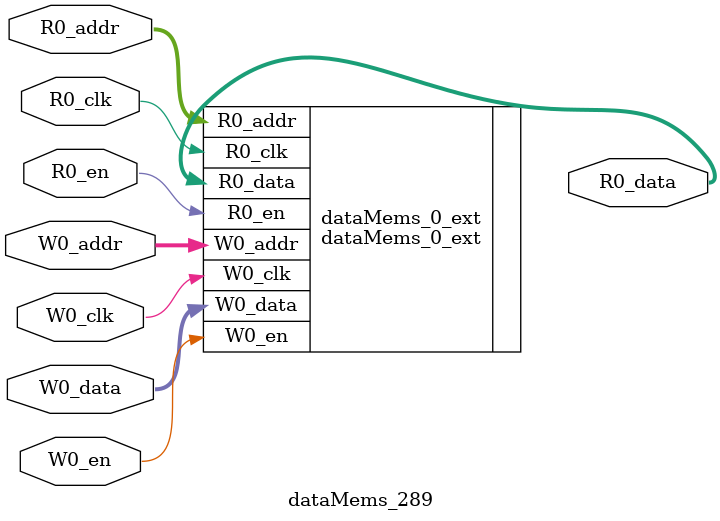
<source format=sv>
`ifndef RANDOMIZE
  `ifdef RANDOMIZE_REG_INIT
    `define RANDOMIZE
  `endif // RANDOMIZE_REG_INIT
`endif // not def RANDOMIZE
`ifndef RANDOMIZE
  `ifdef RANDOMIZE_MEM_INIT
    `define RANDOMIZE
  `endif // RANDOMIZE_MEM_INIT
`endif // not def RANDOMIZE

`ifndef RANDOM
  `define RANDOM $random
`endif // not def RANDOM

// Users can define 'PRINTF_COND' to add an extra gate to prints.
`ifndef PRINTF_COND_
  `ifdef PRINTF_COND
    `define PRINTF_COND_ (`PRINTF_COND)
  `else  // PRINTF_COND
    `define PRINTF_COND_ 1
  `endif // PRINTF_COND
`endif // not def PRINTF_COND_

// Users can define 'ASSERT_VERBOSE_COND' to add an extra gate to assert error printing.
`ifndef ASSERT_VERBOSE_COND_
  `ifdef ASSERT_VERBOSE_COND
    `define ASSERT_VERBOSE_COND_ (`ASSERT_VERBOSE_COND)
  `else  // ASSERT_VERBOSE_COND
    `define ASSERT_VERBOSE_COND_ 1
  `endif // ASSERT_VERBOSE_COND
`endif // not def ASSERT_VERBOSE_COND_

// Users can define 'STOP_COND' to add an extra gate to stop conditions.
`ifndef STOP_COND_
  `ifdef STOP_COND
    `define STOP_COND_ (`STOP_COND)
  `else  // STOP_COND
    `define STOP_COND_ 1
  `endif // STOP_COND
`endif // not def STOP_COND_

// Users can define INIT_RANDOM as general code that gets injected into the
// initializer block for modules with registers.
`ifndef INIT_RANDOM
  `define INIT_RANDOM
`endif // not def INIT_RANDOM

// If using random initialization, you can also define RANDOMIZE_DELAY to
// customize the delay used, otherwise 0.002 is used.
`ifndef RANDOMIZE_DELAY
  `define RANDOMIZE_DELAY 0.002
`endif // not def RANDOMIZE_DELAY

// Define INIT_RANDOM_PROLOG_ for use in our modules below.
`ifndef INIT_RANDOM_PROLOG_
  `ifdef RANDOMIZE
    `ifdef VERILATOR
      `define INIT_RANDOM_PROLOG_ `INIT_RANDOM
    `else  // VERILATOR
      `define INIT_RANDOM_PROLOG_ `INIT_RANDOM #`RANDOMIZE_DELAY begin end
    `endif // VERILATOR
  `else  // RANDOMIZE
    `define INIT_RANDOM_PROLOG_
  `endif // RANDOMIZE
`endif // not def INIT_RANDOM_PROLOG_

// Include register initializers in init blocks unless synthesis is set
`ifndef SYNTHESIS
  `ifndef ENABLE_INITIAL_REG_
    `define ENABLE_INITIAL_REG_
  `endif // not def ENABLE_INITIAL_REG_
`endif // not def SYNTHESIS

// Include rmemory initializers in init blocks unless synthesis is set
`ifndef SYNTHESIS
  `ifndef ENABLE_INITIAL_MEM_
    `define ENABLE_INITIAL_MEM_
  `endif // not def ENABLE_INITIAL_MEM_
`endif // not def SYNTHESIS

module dataMems_289(	// @[generators/ara/src/main/scala/UnsafeAXI4ToTL.scala:365:62]
  input  [4:0]  R0_addr,
  input         R0_en,
  input         R0_clk,
  output [66:0] R0_data,
  input  [4:0]  W0_addr,
  input         W0_en,
  input         W0_clk,
  input  [66:0] W0_data
);

  dataMems_0_ext dataMems_0_ext (	// @[generators/ara/src/main/scala/UnsafeAXI4ToTL.scala:365:62]
    .R0_addr (R0_addr),
    .R0_en   (R0_en),
    .R0_clk  (R0_clk),
    .R0_data (R0_data),
    .W0_addr (W0_addr),
    .W0_en   (W0_en),
    .W0_clk  (W0_clk),
    .W0_data (W0_data)
  );
endmodule


</source>
